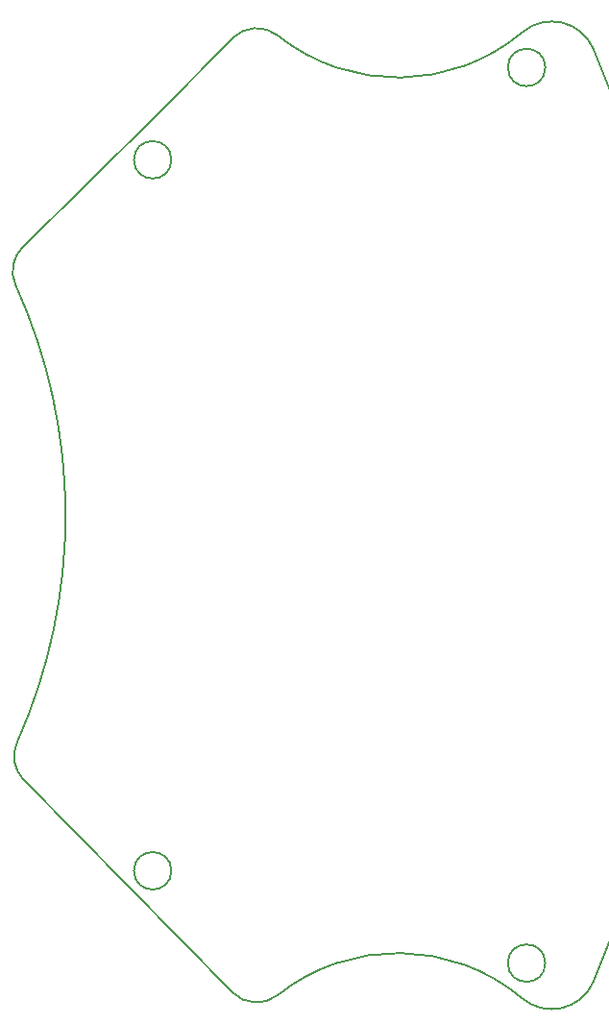
<source format=gbr>
%TF.GenerationSoftware,KiCad,Pcbnew,7.0.9*%
%TF.CreationDate,2025-05-06T13:26:46+09:00*%
%TF.ProjectId,Main_board,4d61696e-5f62-46f6-9172-642e6b696361,rev?*%
%TF.SameCoordinates,Original*%
%TF.FileFunction,Profile,NP*%
%FSLAX46Y46*%
G04 Gerber Fmt 4.6, Leading zero omitted, Abs format (unit mm)*
G04 Created by KiCad (PCBNEW 7.0.9) date 2025-05-06 13:26:46*
%MOMM*%
%LPD*%
G01*
G04 APERTURE LIST*
%TA.AperFunction,Profile*%
%ADD10C,0.200000*%
%TD*%
G04 APERTURE END LIST*
D10*
X198319634Y-137390691D02*
G75*
G03*
X198319634Y-55169301I-95529634J41110695D01*
G01*
X198319615Y-55169309D02*
G75*
G03*
X192065616Y-53693584I-3674215J-1581191D01*
G01*
X166491185Y-138324357D02*
X148115470Y-119619751D01*
X192065601Y-138866426D02*
G75*
G03*
X198319634Y-137390691I2579799J3056926D01*
G01*
X159833096Y-61012891D02*
X166491185Y-54235635D01*
X148023345Y-72614965D02*
G75*
G03*
X147394867Y-75996853I2102355J-2140035D01*
G01*
X194078136Y-56808656D02*
G75*
G03*
X194078136Y-56808656I-1650000J0D01*
G01*
X147517126Y-116292098D02*
G75*
G03*
X147394866Y-75996853I-44727124J20012102D01*
G01*
X194078136Y-135751336D02*
G75*
G03*
X194078136Y-135751336I-1650000J0D01*
G01*
X192065616Y-138866408D02*
G75*
G03*
X170501770Y-138567378I-10964156J-12991812D01*
G01*
X148023355Y-72614976D02*
X159833096Y-61012891D01*
X170501770Y-53992613D02*
G75*
G03*
X192065616Y-53693584I10599690J13290853D01*
G01*
X170501732Y-53992662D02*
G75*
G03*
X166491186Y-54235636I-1870532J-2345538D01*
G01*
X166491154Y-138324387D02*
G75*
G03*
X170501770Y-138567377I2140046J2102387D01*
G01*
X147517094Y-116292084D02*
G75*
G03*
X148115471Y-119619750I2738406J-1225216D01*
G01*
X161121377Y-127611594D02*
G75*
G03*
X161121377Y-127611594I-1650000J0D01*
G01*
X161121377Y-64948398D02*
G75*
G03*
X161121377Y-64948398I-1650000J0D01*
G01*
M02*

</source>
